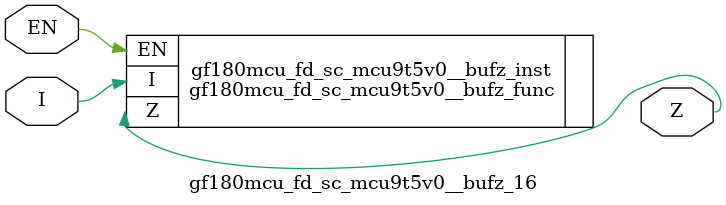
<source format=v>

`ifndef GF180MCU_FD_SC_MCU9T5V0__BUFZ_16_V
`define GF180MCU_FD_SC_MCU9T5V0__BUFZ_16_V

`include gf180mcu_fd_sc_mcu9t5v0__bufz.v

`ifdef USE_POWER_PINS
module gf180mcu_fd_sc_mcu9t5v0__bufz_16( EN, I, Z, VDD, VSS );
inout VDD, VSS;
`else // If not USE_POWER_PINS
module gf180mcu_fd_sc_mcu9t5v0__bufz_16( EN, I, Z );
`endif // If not USE_POWER_PINS
input EN, I;
output Z;

`ifdef USE_POWER_PINS
  gf180mcu_fd_sc_mcu9t5v0__bufz_func gf180mcu_fd_sc_mcu9t5v0__bufz_inst(.EN(EN),.I(I),.Z(Z),.VDD(VDD),.VSS(VSS));
`else // If not USE_POWER_PINS
  gf180mcu_fd_sc_mcu9t5v0__bufz_func gf180mcu_fd_sc_mcu9t5v0__bufz_inst(.EN(EN),.I(I),.Z(Z));
`endif // If not USE_POWER_PINS

`ifndef FUNCTIONAL
	// spec_gates_begin


	// spec_gates_end



   specify

	// specify_block_begin

	// comb arc EN --> Z
	 (EN => Z) = (1.0,1.0);

	// comb arc I --> Z
	 (I => Z) = (1.0,1.0);

	// specify_block_end

   endspecify

   `endif

endmodule
`endif // GF180MCU_FD_SC_MCU9T5V0__BUFZ_16_V

</source>
